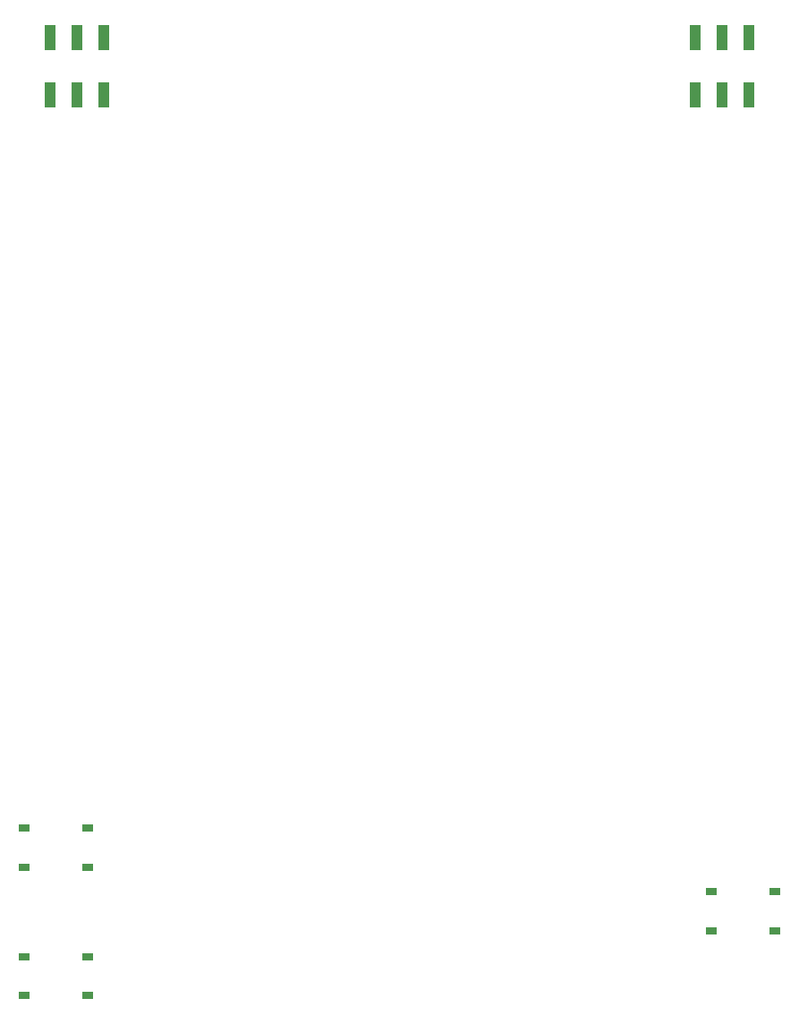
<source format=gbr>
%TF.GenerationSoftware,KiCad,Pcbnew,8.0.8*%
%TF.CreationDate,2025-03-20T15:34:03-03:00*%
%TF.ProjectId,nsec-badge-2025,6e736563-2d62-4616-9467-652d32303235,rev?*%
%TF.SameCoordinates,Original*%
%TF.FileFunction,Paste,Top*%
%TF.FilePolarity,Positive*%
%FSLAX46Y46*%
G04 Gerber Fmt 4.6, Leading zero omitted, Abs format (unit mm)*
G04 Created by KiCad (PCBNEW 8.0.8) date 2025-03-20 15:34:03*
%MOMM*%
%LPD*%
G01*
G04 APERTURE LIST*
%ADD10R,1.000000X0.750013*%
%ADD11R,1.019990X2.400000*%
G04 APERTURE END LIST*
D10*
%TO.C,SW2*%
X115000000Y-120650114D03*
X109000000Y-120650114D03*
X115000000Y-116950342D03*
X109000000Y-116950342D03*
%TD*%
%TO.C,SW3*%
X180000000Y-114500000D03*
X174000000Y-114500000D03*
X180000000Y-110800228D03*
X174000000Y-110800228D03*
%TD*%
D11*
%TO.C,J1*%
X111459995Y-30000000D03*
X114000000Y-30000000D03*
X116540005Y-30000000D03*
X116540005Y-35408026D03*
X114000000Y-35408026D03*
X111459995Y-35408026D03*
%TD*%
%TO.C,J2*%
X172459995Y-30000000D03*
X175000000Y-30000000D03*
X177540005Y-30000000D03*
X177540005Y-35408026D03*
X175000000Y-35408026D03*
X172459995Y-35408026D03*
%TD*%
D10*
%TO.C,SW1*%
X115000000Y-108500000D03*
X109000000Y-108500000D03*
X115000000Y-104800228D03*
X109000000Y-104800228D03*
%TD*%
M02*

</source>
